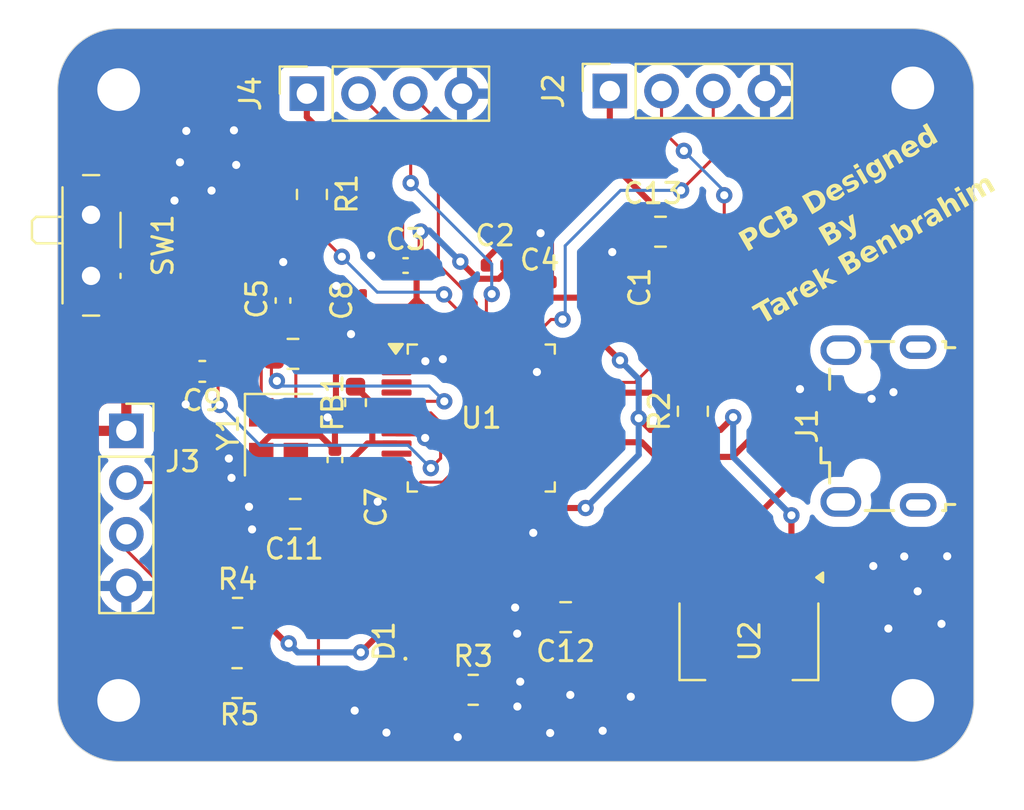
<source format=kicad_pcb>
(kicad_pcb (version 20240108) (generator "pcbnew") (generator_version "8.0")
  (layers (0 "F.Cu" signal) (1 "In1.Cu" signal) (2 "In2.Cu" signal) (31 "B.Cu" signal) (34 "B.Paste" user) (35 "F.Paste" user) (36 "B.SilkS" user "B.Silkscreen") (37 "F.SilkS" user "F.Silkscreen") (38 "B.Mask" user) (39 "F.Mask" user) (44 "Edge.Cuts" user))
  (net 0 "")
  (net 1 "+3.3V")
  (net 2 "GND")
  (net 3 "+3.3VA")
  (net 4 "/NRST")
  (net 5 "/HSE_IN")
  (net 6 "/HSE_OUT")
  (net 7 "VBUS")
  (net 8 "/red led")
  (net 10 "/USB_D-")
  (net 15 "/USB_D+")
  (net 16 "/SWCLK")
  (net 17 "/SWDIO")
  (net 18 "/I2C_SCL")
  (net 19 "/I2C_CLK")
  (net 20 "/USART_TX")
  (net 21 "/USART_RX")
  (net 22 "/BOOT0")
  (net 23 "/switch")
  (footprint "Capacitor_SMD:C_0402_1005Metric" (layer "F.Cu") (at 154.09 55.64 180)
    (property "Reference" "C3" (at 0.01 1.28 0) (layer "F.SilkS"))
    (property "Value" "100nf" (hide yes))
    (pad "1" smd roundrect (at -0.48 0 180) (size 0.56 0.62) (layers "F.Cu" "F.Paste" "F.Mask") (net 1 "+3.3V"))
    (pad "2" smd roundrect (at 0.48 0 180) (size 0.56 0.62) (layers "F.Cu" "F.Paste" "F.Mask") (net 2 "GND"))
  )
  (footprint "Connector_PinSocket_2.54mm:PinSocket_1x04_P2.54mm_Vertical" (layer "F.Cu") (at 140.375 63.76)
    (property "Reference" "J3" (at 2.765 1.51 0) (layer "F.SilkS"))
    (property "Value" "Conn_01x04_Pin" (hide yes))
    (pad "1" thru_hole rect (at 0 0) (size 1.7 1.7) (drill 1) (layers "*.Cu" "*.Mask") (net 1 "+3.3V"))
    (pad "2" thru_hole oval (at 0 2.54) (size 1.7 1.7) (drill 1) (layers "*.Cu" "*.Mask") (net 18 "/I2C_SCL"))
    (pad "3" thru_hole oval (at 0 5.08) (size 1.7 1.7) (drill 1) (layers "*.Cu" "*.Mask") (net 19 "/I2C_CLK"))
    (pad "4" thru_hole oval (at 0 7.62) (size 1.7 1.7) (drill 1) (layers "*.Cu" "*.Mask") (net 2 "GND"))
  )
  (footprint "Capacitor_SMD:C_0402_1005Metric" (layer "F.Cu") (at 160.75 56.45)
    (property "Reference" "C4" (at -0.07 -1.08 0) (layer "F.SilkS"))
    (property "Value" "100nf" (hide yes))
    (pad "1" smd roundrect (at -0.48 0) (size 0.56 0.62) (layers "F.Cu" "F.Paste" "F.Mask") (net 1 "+3.3V"))
    (pad "2" smd roundrect (at 0.48 0) (size 0.56 0.62) (layers "F.Cu" "F.Paste" "F.Mask") (net 2 "GND"))
  )
  (footprint "MountingHole:MountingHole_2.1mm" (layer "F.Cu") (at 179 46.92)
    (property "Reference" "H2" (hide yes))
    (property "Value" "MountingHole" (hide yes))
    (pad "" np_thru_hole circle (at 0 0) (size 2.1 2.1) (drill 2.1) (layers "*.Cu" "*.Mask"))
  )
  (footprint "Capacitor_SMD:C_0805_2012Metric" (layer "F.Cu") (at 161.95 72.91 180)
    (property "Reference" "C12" (at 0 -1.68 0) (layer "F.SilkS"))
    (property "Value" "22uf" (hide yes))
    (pad "1" smd roundrect (at -0.95 0 180) (size 1 1.45) (layers "F.Cu" "F.Paste" "F.Mask") (net 7 "VBUS"))
    (pad "2" smd roundrect (at 0.95 0 180) (size 1 1.45) (layers "F.Cu" "F.Paste" "F.Mask") (net 2 "GND"))
  )
  (footprint "Resistor_SMD:R_0805_2012Metric" (layer "F.Cu") (at 145.8375 72.7)
    (property "Reference" "R4" (at 0 -1.65 0) (layer "F.SilkS"))
    (property "Value" "1k5" (hide yes))
    (pad "1" smd roundrect (at -0.9125 0) (size 1.025 1.4) (layers "F.Cu" "F.Paste" "F.Mask") (roundrect_rratio 0.243902) (net 18 "/I2C_SCL"))
    (pad "2" smd roundrect (at 0.9125 0) (size 1.025 1.4) (layers "F.Cu" "F.Paste" "F.Mask") (roundrect_rratio 0.243902) (net 1 "+3.3V"))
  )
  (footprint "Capacitor_SMD:C_0402_1005Metric" (layer "F.Cu") (at 150.62 65.19 -90)
    (property "Reference" "C6" (hide yes))
    (property "Value" "10nf" (hide yes))
    (pad "1" smd roundrect (at -0.48 0 270) (size 0.56 0.62) (layers "F.Cu" "F.Paste" "F.Mask") (net 2 "GND"))
    (pad "2" smd roundrect (at 0.48 0 270) (size 0.56 0.62) (layers "F.Cu" "F.Paste" "F.Mask") (net 3 "+3.3VA"))
  )
  (footprint "Capacitor_SMD:C_0201_0603Metric" (layer "F.Cu") (at 151.99 57.35 -90)
    (property "Reference" "C8" (at 0 1.04 90) (layer "F.SilkS"))
    (property "Value" "1uf" (hide yes))
    (pad "1" smd roundrect (at -0.32 0 270) (size 0.46 0.4) (layers "F.Cu" "F.Mask") (net 2 "GND"))
    (pad "2" smd roundrect (at 0.32 0 270) (size 0.46 0.4) (layers "F.Cu" "F.Mask") (net 1 "+3.3V"))
  )
  (footprint "Inductor_SMD:L_0603_1608Metric" (layer "F.Cu") (at 151.63 62.38 -90)
    (property "Reference" "FB1" (at -0.0025 1.12 90) (layer "F.SilkS"))
    (property "Value" "120R" (hide yes))
    (pad "1" smd roundrect (at -0.7875 0 270) (size 0.875 0.95) (layers "F.Cu" "F.Paste" "F.Mask") (net 3 "+3.3VA"))
    (pad "2" smd roundrect (at 0.7875 0 270) (size 0.875 0.95) (layers "F.Cu" "F.Paste" "F.Mask") (net 1 "+3.3V"))
  )
  (footprint "Connector_USB:USB_Micro-B_Wuerth_629105150521" (layer "F.Cu") (at 177.315 63.525 90)
    (property "Reference" "J1" (at 0 -3.5 90) (layer "F.SilkS"))
    (property "Value" "USB_B_Micro" (hide yes))
    (pad "" np_thru_hole oval (at -2.5 -0.8 90) (size 0.8 0.8) (drill 0.8) (layers "*.Cu" "*.Mask"))
    (pad "" np_thru_hole oval (at 2.5 -0.8 90) (size 0.8 0.8) (drill 0.8) (layers "*.Cu" "*.Mask"))
    (pad "1" smd rect (at -1.3 -1.9 90) (size 0.45 1.3) (layers "F.Cu" "F.Paste" "F.Mask") (net 7 "VBUS"))
    (pad "2" smd rect (at -0.65 -1.9 90) (size 0.45 1.3) (layers "F.Cu" "F.Paste" "F.Mask") (net 10 "/USB_D-"))
    (pad "3" smd rect (at 0 -1.9 90) (size 0.45 1.3) (layers "F.Cu" "F.Paste" "F.Mask") (net 15 "/USB_D+"))
    (pad "4" smd rect (at 0.65 -1.9 90) (size 0.45 1.3) (layers "F.Cu" "F.Paste" "F.Mask"))
    (pad "5" smd rect (at 1.3 -1.9 90) (size 0.45 1.3) (layers "F.Cu" "F.Paste" "F.Mask") (net 2 "GND"))
    (pad "6" thru_hole oval (at -3.875 1.95 90) (size 1.15 1.8) (drill oval 0.55 1.2) (layers "*.Cu" "*.Mask"))
    (pad "6" thru_hole oval (at -3.725 -1.85 90) (size 1.45 2) (drill oval 0.85 1.4) (layers "*.Cu" "*.Mask"))
    (pad "6" thru_hole oval (at 3.725 -1.85 90) (size 1.45 2) (drill oval 0.85 1.4) (layers "*.Cu" "*.Mask"))
    (pad "6" thru_hole oval (at 3.875 1.95 90) (size 1.15 1.8) (drill oval 0.55 1.2) (layers "*.Cu" "*.Mask"))
  )
  (footprint "Capacitor_SMD:C_0805_2012Metric" (layer "F.Cu") (at 148.56 59.98 180)
    (property "Reference" "C10" (hide yes))
    (property "Value" "10pf" (hide yes))
    (pad "1" smd roundrect (at -0.95 0 180) (size 1 1.45) (layers "F.Cu" "F.Paste" "F.Mask") (net 2 "GND"))
    (pad "2" smd roundrect (at 0.95 0 180) (size 1 1.45) (layers "F.Cu" "F.Paste" "F.Mask") (net 5 "/HSE_IN"))
  )
  (footprint "Capacitor_SMD:C_0402_1005Metric" (layer "F.Cu") (at 148.07 57.36 -90)
    (property "Reference" "C5" (at -0.08 1.29 90) (layer "F.SilkS"))
    (property "Value" "10uf" (hide yes))
    (pad "1" smd roundrect (at -0.48 0 270) (size 0.56 0.62) (layers "F.Cu" "F.Paste" "F.Mask") (net 2 "GND"))
    (pad "2" smd roundrect (at 0.48 0 270) (size 0.56 0.62) (layers "F.Cu" "F.Paste" "F.Mask") (net 1 "+3.3V"))
  )
  (footprint "Connector_PinSocket_2.54mm:PinSocket_1x04_P2.54mm_Vertical" (layer "F.Cu") (at 149.24 47.2 90)
    (property "Reference" "J4" (at 0 -2.77 90) (layer "F.SilkS"))
    (property "Value" "Conn_01x04_Pin" (hide yes))
    (pad "1" thru_hole rect (at 0 0 90) (size 1.7 1.7) (drill 1) (layers "*.Cu" "*.Mask") (net 1 "+3.3V"))
    (pad "2" thru_hole oval (at 0 2.54 90) (size 1.7 1.7) (drill 1) (layers "*.Cu" "*.Mask") (net 20 "/USART_TX"))
    (pad "3" thru_hole oval (at 0 5.08 90) (size 1.7 1.7) (drill 1) (layers "*.Cu" "*.Mask") (net 21 "/USART_RX"))
    (pad "4" thru_hole oval (at 0 7.62 90) (size 1.7 1.7) (drill 1) (layers "*.Cu" "*.Mask") (net 2 "GND"))
  )
  (footprint "Package_TO_SOT_SMD:SOT-223-3_TabPin2" (layer "F.Cu") (at 170.9525 74.09 -90)
    (property "Reference" "U2" (at 0 -0.0375 90) (layer "F.SilkS"))
    (property "Value" "AMS1117-3.3" (hide yes))
    (pad "1" smd roundrect (at -3.15 -2.3 270) (size 2 1.5) (layers "F.Cu" "F.Paste" "F.Mask"))
    (pad "2" smd roundrect (at -3.15 0 270) (size 2 1.5) (layers "F.Cu" "F.Paste" "F.Mask") (net 1 "+3.3V"))
    (pad "2" smd roundrect (at 3.15 0 270) (size 2 3.8) (layers "F.Cu" "F.Paste" "F.Mask") (net 1 "+3.3V"))
    (pad "3" smd roundrect (at -3.15 2.3 270) (size 2 1.5) (layers "F.Cu" "F.Paste" "F.Mask") (net 7 "VBUS"))
  )
  (footprint "Resistor_SMD:R_0805_2012Metric" (layer "F.Cu") (at 157.41 76.48)
    (property "Reference" "R3" (at 0 -1.65 0) (layer "F.SilkS"))
    (property "Value" "1k5" (hide yes))
    (pad "1" smd roundrect (at -0.9125 0) (size 1.025 1.4) (layers "F.Cu" "F.Paste" "F.Mask") (roundrect_rratio 0.243902) (net 8 "/red led"))
    (pad "2" smd roundrect (at 0.9125 0) (size 1.025 1.4) (layers "F.Cu" "F.Paste" "F.Mask") (roundrect_rratio 0.243902) (net 2 "GND"))
  )
  (footprint "Resistor_SMD:R_0805_2012Metric" (layer "F.Cu") (at 149.49 52.15 -90)
    (property "Reference" "R1" (at -0.0275 -1.72 90) (layer "F.SilkS"))
    (property "Value" "10K" (hide yes))
    (pad "1" smd roundrect (at -0.9125 0 270) (size 1.025 1.4) (layers "F.Cu" "F.Paste" "F.Mask") (roundrect_rratio 0.243902) (net 23 "/switch"))
    (pad "2" smd roundrect (at 0.9125 0 270) (size 1.025 1.4) (layers "F.Cu" "F.Paste" "F.Mask") (roundrect_rratio 0.243902) (net 22 "/BOOT0"))
  )
  (footprint "Capacitor_SMD:C_0201_0603Metric" (layer "F.Cu") (at 151.49 67.51 90)
    (property "Reference" "C7" (at -0.01 1.15 90) (layer "F.SilkS"))
    (property "Value" "1uf" (hide yes))
    (pad "1" smd roundrect (at -0.32 0 90) (size 0.46 0.4) (layers "F.Cu" "F.Mask") (net 2 "GND"))
    (pad "2" smd roundrect (at 0.32 0 90) (size 0.46 0.4) (layers "F.Cu" "F.Mask") (net 3 "+3.3VA"))
  )
  (footprint "Crystal:Crystal_SMD_3225-4Pin_3.2x2.5mm" (layer "F.Cu") (at 147.85 63.95 -90)
    (property "Reference" "Y1" (at -0.11 2.47 90) (layer "F.SilkS"))
    (property "Value" "16Mhz" (hide yes))
    (pad "1" smd rect (at -1.1 0.85 270) (size 1.4 1.2) (layers "F.Cu" "F.Paste" "F.Mask") (net 5 "/HSE_IN"))
    (pad "2" smd rect (at 1.1 0.85 270) (size 1.4 1.2) (layers "F.Cu" "F.Paste" "F.Mask") (net 2 "GND"))
    (pad "3" smd rect (at 1.1 -0.85 270) (size 1.4 1.2) (layers "F.Cu" "F.Paste" "F.Mask") (net 6 "/HSE_OUT"))
    (pad "4" smd rect (at -1.1 -0.85 270) (size 1.4 1.2) (layers "F.Cu" "F.Paste" "F.Mask") (net 2 "GND"))
  )
  (footprint "Capacitor_SMD:C_0805_2012Metric" (layer "F.Cu") (at 166.61 53.98 180)
    (property "Reference" "C13" (at 0.38 1.88 0) (layer "F.SilkS"))
    (property "Value" "22uf" (hide yes))
    (pad "1" smd roundrect (at -0.95 0 180) (size 1 1.45) (layers "F.Cu" "F.Paste" "F.Mask") (net 1 "+3.3V"))
    (pad "2" smd roundrect (at 0.95 0 180) (size 1 1.45) (layers "F.Cu" "F.Paste" "F.Mask") (net 2 "GND"))
  )
  (footprint "Capacitor_SMD:C_0402_1005Metric" (layer "F.Cu") (at 164.18 56.74 90)
    (property "Reference" "C1" (at 0.02 1.41 90) (layer "F.SilkS"))
    (property "Value" "100nf" (hide yes))
    (pad "1" smd roundrect (at -0.48 0 90) (size 0.56 0.62) (layers "F.Cu" "F.Paste" "F.Mask") (net 1 "+3.3V"))
    (pad "2" smd roundrect (at 0.48 0 90) (size 0.56 0.62) (layers "F.Cu" "F.Paste" "F.Mask") (net 2 "GND"))
  )
  (footprint "Capacitor_SMD:C_0805_2012Metric" (layer "F.Cu") (at 148.67 67.84)
    (property "Reference" "C11" (at -0.05 1.72 0) (layer "F.SilkS"))
    (property "Value" "10pf" (hide yes))
    (pad "1" smd roundrect (at -0.95 0) (size 1 1.45) (layers "F.Cu" "F.Paste" "F.Mask") (net 2 "GND"))
    (pad "2" smd roundrect (at 0.95 0) (size 1 1.45) (layers "F.Cu" "F.Paste" "F.Mask") (net 6 "/HSE_OUT"))
  )
  (footprint "MountingHole:MountingHole_2.1mm" (layer "F.Cu") (at 179 77)
    (property "Reference" "H4" (hide yes))
    (property "Value" "MountingHole" (hide yes))
    (pad "" np_thru_hole circle (at 0 0) (size 2.1 2.1) (drill 2.1) (layers "*.Cu" "*.Mask"))
  )
  (footprint "Connector_PinSocket_2.54mm:PinSocket_1x04_P2.54mm_Vertical" (layer "F.Cu") (at 164.12 47.07 90)
    (property "Reference" "J2" (at 0 -2.77 90) (layer "F.SilkS"))
    (property "Value" "Conn_01x04_Pin" (hide yes))
    (pad "1" thru_hole rect (at 0 0 90) (size 1.7 1.7) (drill 1) (layers "*.Cu" "*.Mask") (net 1 "+3.3V"))
    (pad "2" thru_hole oval (at 0 2.54 90) (size 1.7 1.7) (drill 1) (layers "*.Cu" "*.Mask") (net 17 "/SWDIO"))
    (pad "3" thru_hole oval (at 0 5.08 90) (size 1.7 1.7) (drill 1) (layers "*.Cu" "*.Mask") (net 16 "/SWCLK"))
    (pad "4" thru_hole oval (at 0 7.62 90) (size 1.7 1.7) (drill 1) (layers "*.Cu" "*.Mask") (net 2 "GND"))
  )
  (footprint "Capacitor_SMD:C_0603_1608Metric" (layer "F.Cu") (at 144.105 60.84 180)
    (property "Reference" "C9" (at 0 -1.43 0) (layer "F.SilkS"))
    (property "Value" "100nf" (hide yes))
    (pad "1" smd roundrect (at -0.775 0 180) (size 0.9 0.95) (layers "F.Cu" "F.Paste" "F.Mask") (net 4 "/NRST"))
    (pad "2" smd roundrect (at 0.775 0 180) (size 0.9 0.95) (layers "F.Cu" "F.Paste" "F.Mask") (net 2 "GND"))
  )
  (footprint "Button_Switch_SMD:SW_SPDT_PCM12" (layer "F.Cu") (at 138.97 54.65 -90)
    (property "Reference" "SW1" (at 0 -3.2 90) (layer "F.SilkS"))
    (property "Value" "SW_SPDT")
    (pad "" smd rect (at -3.65 -0.78 270) (size 1 0.8) (layers "F.Cu" "F.Paste" "F.Mask"))
    (pad "" smd rect (at -3.65 1.43 270) (size 1 0.8) (layers "F.Cu" "F.Paste" "F.Mask"))
    (pad "" np_thru_hole circle (at -1.5 0.33 270) (size 0.9 0.9) (drill 0.9) (layers "*.Cu" "*.Mask"))
    (pad "" np_thru_hole circle (at 1.5 0.33 270) (size 0.9 0.9) (drill 0.9) (layers "*.Cu" "*.Mask"))
    (pad "" smd rect (at 3.65 -0.78 270) (size 1 0.8) (layers "F.Cu" "F.Paste" "F.Mask"))
    (pad "" smd rect (at 3.65 1.43 270) (size 1 0.8) (layers "F.Cu" "F.Paste" "F.Mask"))
    (pad "1" smd rect (at -2.25 -1.43 270) (size 0.7 1.5) (layers "F.Cu" "F.Paste" "F.Mask") (net 2 "GND"))
    (pad "2" smd rect (at 0.75 -1.43 270) (size 0.7 1.5) (layers "F.Cu" "F.Paste" "F.Mask") (net 23 "/switch"))
    (pad "3" smd rect (at 2.25 -1.43 270) (size 0.7 1.5) (layers "F.Cu" "F.Paste" "F.Mask") (net 1 "+3.3V"))
  )
  (footprint "Package_QFP:LQFP-48_7x7mm_P0.5mm" (layer "F.Cu") (at 157.8075 63.13)
    (property "Reference" "U1" (at 0 0 0) (layer "F.SilkS"))
    (property "Value" "STM32F103C8Tx")
    (pad "1" smd roundrect (at -4.1625 -2.75) (size 1.475 0.3) (layers "F.Cu" "F.Paste" "F.Mask") (net 1 "+3.3V"))
    (pad "2" smd roundrect (at -4.1625 -2.25) (size 1.475 0.3) (layers "F.Cu" "F.Paste" "F.Mask"))
    (pad "3" smd roundrect (at -4.1625 -1.75) (size 1.475 0.3) (layers "F.Cu" "F.Paste" "F.Mask"))
    (pad "4" smd roundrect (at -4.1625 -1.25) (size 1.475 0.3) (layers "F.Cu" "F.Paste" "F.Mask"))
    (pad "5" smd roundrect (at -4.1625 -0.75) (size 1.475 0.3) (layers "F.Cu" "F.Paste" "F.Mask") (net 5 "/HSE_IN"))
    (pad "6" smd roundrect (at -4.1625 -0.25) (size 1.475 0.3) (layers "F.Cu" "F.Paste" "F.Mask") (net 6 "/HSE_OUT"))
    (pad "7" smd roundrect (at -4.1625 0.25) (size 1.475 0.3) (layers "F.Cu" "F.Paste" "F.Mask") (net 4 "/NRST"))
    (pad "8" smd roundrect (at -4.1625 0.75) (size 1.475 0.3) (layers "F.Cu" "F.Paste" "F.Mask") (net 2 "GND"))
    (pad "9" smd roundrect (at -4.1625 1.25) (size 1.475 0.3) (layers "F.Cu" "F.Paste" "F.Mask") (net 3 "+3.3VA"))
    (pad "10" smd roundrect (at -4.1625 1.75) (size 1.475 0.3) (layers "F.Cu" "F.Paste" "F.Mask"))
    (pad "11" smd roundrect (at -4.1625 2.25) (size 1.475 0.3) (layers "F.Cu" "F.Paste" "F.Mask"))
    (pad "12" smd roundrect (at -4.1625 2.75) (size 1.475 0.3) (layers "F.Cu" "F.Paste" "F.Mask"))
    (pad "13" smd roundrect (at -2.75 4.1625) (size 0.3 1.475) (layers "F.Cu" "F.Paste" "F.Mask"))
    (pad "14" smd roundrect (at -2.25 4.1625) (size 0.3 1.475) (layers "F.Cu" "F.Paste" "F.Mask"))
    (pad "15" smd roundrect (at -1.75 4.1625) (size 0.3 1.475) (layers "F.Cu" "F.Paste" "F.Mask"))
    (pad "16" smd roundrect (at -1.25 4.1625) (size 0.3 1.475) (layers "F.Cu" "F.Paste" "F.Mask"))
    (pad "17" smd roundrect (at -0.75 4.1625) (size 0.3 1.475) (layers "F.Cu" "F.Paste" "F.Mask"))
    (pad "18" smd roundrect (at -0.25 4.1625) (size 0.3 1.475) (layers "F.Cu" "F.Paste" "F.Mask"))
    (pad "19" smd roundrect (at 0.25 4.1625) (size 0.3 1.475) (layers "F.Cu" "F.Paste" "F.Mask"))
    (pad "20" smd roundrect (at 0.75 4.1625) (size 0.3 1.475) (layers "F.Cu" "F.Paste" "F.Mask"))
    (pad "21" smd roundrect (at 1.25 4.1625) (size 0.3 1.475) (layers "F.Cu" "F.Paste" "F.Mask") (net 18 "/I2C_SCL"))
    (pad "22" smd roundrect (at 1.75 4.1625) (size 0.3 1.475) (layers "F.Cu" "F.Paste" "F.Mask") (net 19 "/I2C_CLK"))
    (pad "23" smd roundrect (at 2.25 4.1625) (size 0.3 1.475) (layers "F.Cu" "F.Paste" "F.Mask") (net 2 "GND"))
    (pad "24" smd roundrect (at 2.75 4.1625) (size 0.3 1.475) (layers "F.Cu" "F.Paste" "F.Mask") (net 1 "+3.3V"))
    (pad "25" smd roundrect (at 4.1625 2.75) (size 1.475 0.3) (layers "F.Cu" "F.Paste" "F.Mask"))
    (pad "26" smd roundrect (at 4.1625 2.25) (size 1.475 0.3) (layers "F.Cu" "F.Paste" "F.Mask"))
    (pad "27" smd roundrect (at 4.1625 1.75) (size 1.475 0.3) (layers "F.Cu" "F.Paste" "F.Mask"))
    (pad "28" smd roundrect (at 4.1625 1.25) (size 1.475 0.3) (layers "F.Cu" "F.Paste" "F.Mask"))
    (pad "29" smd roundrect (at 4.1625 0.75) (size 1.475 0.3) (layers "F.Cu" "F.Paste" "F.Mask"))
    (pad "30" smd roundrect (at 4.1625 0.25) (size 1.475 0.3) (layers "F.Cu" "F.Paste" "F.Mask"))
    (pad "31" smd roundrect (at 4.1625 -0.25) (size 1.475 0.3) (layers "F.Cu" "F.Paste" "F.Mask"))
    (pad "32" smd roundrect (at 4.1625 -0.75) (size 1.475 0.3) (layers "F.Cu" "F.Paste" "F.Mask") (net 10 "/USB_D-"))
    (pad "33" smd roundrect (at 4.1625 -1.25) (size 1.475 0.3) (layers "F.Cu" "F.Paste" "F.Mask") (net 15 "/USB_D+"))
    (pad "34" smd roundrect (at 4.1625 -1.75) (size 1.475 0.3) (layers "F.Cu" "F.Paste" "F.Mask") (net 17 "/SWDIO"))
    (pad "35" smd roundrect (at 4.1625 -2.25) (size 1.475 0.3) (layers "F.Cu" "F.Paste" "F.Mask") (net 2 "GND"))
    (pad "36" smd roundrect (at 4.1625 -2.75) (size 1.475 0.3) (layers "F.Cu" "F.Paste" "F.Mask") (net 1 "+3.3V"))
    (pad "37" smd roundrect (at 2.75 -4.1625) (size 0.3 1.475) (layers "F.Cu" "F.Paste" "F.Mask") (net 16 "/SWCLK"))
    (pad "38" smd roundrect (at 2.25 -4.1625) (size 0.3 1.475) (layers "F.Cu" "F.Paste" "F.Mask"))
    (pad "39" smd roundrect (at 1.75 -4.1625) (size 0.3 1.475) (layers "F.Cu" "F.Paste" "F.Mask"))
    (pad "40" smd roundrect (at 1.25 -4.1625) (size 0.3 1.475) (layers "F.Cu" "F.Paste" "F.Mask"))
    (pad "41" smd roundrect (at 0.75 -4.1625) (size 0.3 1.475) (layers "F.Cu" "F.Paste" "F.Mask"))
    (pad "42" smd roundrect (at 0.25 -4.1625) (size 0.3 1.475) (layers "F.Cu" "F.Paste" "F.Mask") (net 20 "/USART_TX"))
    (pad "43" smd roundrect (at -0.25 -4.1625) (size 0.3 1.475) (layers "F.Cu" "F.Paste" "F.Mask") (net 21 "/USART_RX"))
    (pad "44" smd roundrect (at -0.75 -4.1625) (size 0.3 1.475) (layers "F.Cu" "F.Paste" "F.Mask") (net 22 "/BOOT0"))
    (pad "45" smd roundrect (at -1.25 -4.1625) (size 0.3 1.475) (layers "F.Cu" "F.Paste" "F.Mask"))
    (pad "46" smd roundrect (at -1.75 -4.1625) (size 0.3 1.475) (layers "F.Cu" "F.Paste" "F.Mask"))
    (pad "47" smd roundrect (at -2.25 -4.1625) (size 0.3 1.475) (layers "F.Cu" "F.Paste" "F.Mask") (net 2 "GND"))
    (pad "48" smd roundrect (at -2.75 -4.1625) (size 0.3 1.475) (layers "F.Cu" "F.Paste" "F.Mask") (net 1 "+3.3V"))
  )
  (footprint "Capacitor_SMD:C_0402_1005Metric" (layer "F.Cu") (at 158.54 55.63 180)
    (property "Reference" "C2" (at 0.06 1.46 0) (layer "F.SilkS"))
    (property "Value" "100nf" (hide yes))
    (pad "1" smd roundrect (at -0.48 0 180) (size 0.56 0.62) (layers "F.Cu" "F.Paste" "F.Mask") (net 1 "+3.3V"))
    (pad "2" smd roundrect (at 0.48 0 180) (size 0.56 0.62) (layers "F.Cu" "F.Paste" "F.Mask") (net 2 "GND"))
  )
  (footprint "Resistor_SMD:R_0805_2012Metric" (layer "F.Cu") (at 145.8125 76.15)
    (property "Reference" "R5" (at 0.1225 1.55 0) (layer "F.SilkS"))
    (property "Value" "1k5" (hide yes))
    (pad "1" smd roundrect (at -0.9125 0) (size 1.025 1.4) (layers "F.Cu" "F.Paste" "F.Mask") (roundrect_rratio 0.243902) (net 19 "/I2C_CLK"))
    (pad "2" smd roundrect (at 0.9125 0) (size 1.025 1.4) (layers "F.Cu" "F.Paste" "F.Mask") (roundrect_rratio 0.243902) (net 1 "+3.3V"))
  )
  (footprint "LED_SMD:LED_0201_0603Metric" (layer "F.Cu") (at 154.08 74.09 90)
    (property "Reference" "D1" (at 0 -1.05 90) (layer "F.SilkS"))
    (property "Value" "RED LED" (hide yes))
    (pad "1" smd roundrect (at -0.32 0 90) (size 0.46 0.4) (layers "F.Cu" "F.Mask") (net 8 "/red led"))
    (pad "2" smd roundrect (at 0.32 0 90) (size 0.46 0.4) (layers "F.Cu" "F.Mask") (net 1 "+3.3V"))
  )
  (footprint "Resistor_SMD:R_0805_2012Metric" (layer "F.Cu") (at 168.2 62.8 90)
    (property "Reference" "R2" (at 0 -1.65 90) (layer "F.SilkS"))
    (property "Value" "1k5" (hide yes))
    (pad "1" smd roundrect (at -0.9125 0 90) (size 1.025 1.4) (layers "F.Cu" "F.Paste" "F.Mask") (roundrect_rratio 0.243902) (net 1 "+3.3V"))
    (pad "2" smd roundrect (at 0.9125 0 90) (size 1.025 1.4) (layers "F.Cu" "F.Paste" "F.Mask") (roundrect_rratio 0.243902) (net 15 "/USB_D+"))
  )
  (footprint "MountingHole:MountingHole_2.1mm" (layer "F.Cu") (at 140 77)
    (property "Reference" "H3" (hide yes))
    (property "Value" "MountingHole" (hide yes))
    (pad "" np_thru_hole circle (at 0 0) (size 2.1 2.1) (drill 2.1) (layers "*.Cu" "*.Mask"))
  )
  (footprint "MountingHole:MountingHole_2.1mm" (layer "F.Cu") (at 140 47)
    (property "Reference" "H1" (hide yes))
    (property "Value" "MountingHole" (hide yes))
    (pad "" np_thru_hole circle (at 0 0) (size 2.1 2.1) (drill 2.1) (layers "*.Cu" "*.Mask"))
  )
  (gr_arc (start 179 44) (mid 181.12132 44.87868) (end 182 47) (stroke (width 0.05)) (layer "Edge.Cuts"))
  (gr_line (start 137 77) (end 137 47) (stroke (width 0.05)) (layer "Edge.Cuts"))
  (gr_arc (start 137 47) (mid 137.87868 44.87868) (end 140 44) (stroke (width 0.05)) (layer "Edge.Cuts"))
  (gr_arc (start 140 80) (mid 137.87868 79.12132) (end 137 77) (stroke (width 0.05)) (layer "Edge.Cuts"))
  (gr_line (start 179 80) (end 140 80) (stroke (width 0.05)) (layer "Edge.Cuts"))
  (gr_arc (start 182 77) (mid 181.12132 79.12132) (end 179 80) (stroke (width 0.05)) (layer "Edge.Cuts"))
  (gr_line (start 182 53) (end 182 77) (stroke (width 0.05)) (layer "Edge.Cuts"))
  (gr_line (start 182 47) (end 182 53) (stroke (width 0.05)) (layer "Edge.Cuts"))
  (gr_line (start 140 44) (end 179 44) (stroke (width 0.05)) (layer "Edge.Cuts"))
  (gr_text "Tarek Benbrahim " (at 171.66 58.71 30) (layer "F.SilkS") (effects (font (size 1 1) (thickness 0.2) (bold yes) (italic yes)) (justify left bottom)))
  (gr_text "PCB Designed " (at 170.91 55.14 30) (layer "F.SilkS") (effects (font (size 1 1) (thickness 0.2) (bold yes) (italic yes)) (justify left bottom)))
  (gr_text "By" (at 174.84 54.89 30) (layer "F.SilkS") (effects (font (size 1 1) (thickness 0.2) (bold yes) (italic yes)) (justify left bottom)))
  (segment (start 164.86 57.9) (end 164.18 57.22) (width 0.3) (layer "F.Cu") (net 1))
  (segment (start 163.42 59.1) (end 164.18 58.34) (width 0.3) (layer "F.Cu") (net 1))
  (segment (start 153.55 60.285) (end 153.645 60.38) (width 0.3) (layer "F.Cu") (net 1))
  (segment (start 151.25 60.38) (end 153.645 60.38) (width 0.3) (layer "F.Cu") (net 1))
  (segment (start 175.62 77.24) (end 170.9525 77.24) (width 0.3) (layer "F.Cu") (net 1))
  (segment (start 154.259999 57.67) (end 154.629999 57.299999) (width 0.3) (layer "F.Cu") (net 1))
  (segment (start 154.57 55.552196) (end 154.57 55.64) (width 0.3) (layer "F.Cu") (net 1))
  (segment (start 157.62 56.29) (end 156.78 55.45) (width 0.3) (layer "F.Cu") (net 1))
  (segment (start 155.0575 58.9675) (end 153.8625 58.9675) (width 0.3) (layer "F.Cu") (net 1))
  (segment (start 175.97 70.51) (end 175.96 70.52) (width 0.3) (layer "F.Cu") (net 1))
  (segment (start 146.75 72.7) (end 146.75 76.125) (width 0.3) (layer "F.Cu") (net 1))
  (segment (start 164.18 58.34) (end 164.18 57.22) (width 0.3) (layer "F.Cu") (net 1))
  (segment (start 173.04 67.91) (end 173.04 68.9) (width 0.3) (layer "F.Cu") (net 1))
  (segment (start 164.18 57.22) (end 160.730001 57.22) (width 0.3) (layer "F.Cu") (net 1))
  (segment (start 166.1125 63.7125) (end 165.54 63.14) (width 0.3) (layer "F.Cu") (net 1))
  (segment (start 170.9525 70.94) (end 170.9525 70.0975) (width 0.3) (layer "F.Cu") (net 1))
  (segment (start 175.96 76.9) (end 175.62 77.24) (width 0.3) (layer "F.Cu") (net 1))
  (segment (start 158.669999 56.29) (end 157.62 56.29) (width 0.3) (layer "F.Cu") (net 1))
  (segment (start 175.96 70.52) (end 175.96 76.9) (width 0.3) (layer "F.Cu") (net 1))
  (segment (start 164.11 50.53) (end 164.11 50.04) (width 0.3) (layer "F.Cu") (net 1))
  (segment (start 151.99 57.67) (end 154.259999 57.67) (width 0.3) (layer "F.Cu") (net 1))
  (segment (start 155.0575 57.7275) (end 154.715 57.385) (width 0.3) (layer "F.Cu") (net 1))
  (segment (start 154.629999 57.299999) (end 154.629999 55.699999) (width 0.3) (layer "F.Cu") (net 1))
  (segment (start 166.29 57.9) (end 164.86 57.9) (width 0.3) (layer "F.Cu") (net 1))
  (segment (start 160.27 56.759999) (end 160.27 56.45) (width 0.3) (layer "F.Cu") (net 1))
  (segment (start 148.35 74.2) (end 148.25 74.2) (width 0.3) (layer "F.Cu") (net 1))
  (segment (start 154.08 73.77) (end 152.76 73.77) (width 0.3) (layer "F.Cu") (net 1))
  (segment (start 154.83 53.97) (end 154.83 55.38) (width 0.3) (layer "F.Cu") (net 1))
  (segment (start 172.89 69.05) (end 175.37 69.05) (width 0.3) (layer "F.Cu") (net 1))
  (segment (start 167.56 53.98) (end 164.11 50.53) (width 0.3) (layer "F.Cu") (net 1))
  (segment (start 164.62 60.3) (end 163.42 59.1) (width 0.3) (layer "F.Cu") (net 1))
  (segment (start 172 69.05) (end 172.89 69.05) (width 0.3) (layer "F.Cu") (net 1))
  (segment (start 173.04 68.9) (end 172.89 69.05) (width 0.3) (layer "F.Cu") (net 1))
  (segment (start 148.25 74.2) (end 146.75 72.7) (width 0.3) (layer "F.Cu") (net 1))
  (segment (start 161.46 68.87) (end 156.56 73.77) (width 0.3) (layer "F.Cu") (net 1))
  (segment (start 149.24 47.2) (end 149.24 48.35) (width 0.3) (layer "F.Cu") (net 1))
  (segment (start 152.76 73.77) (end 151.89 74.64) (width 0.3) (layer "F.Cu") (net 1))
  (segment (start 141.74 57.84) (end 148.07 57.84) (width 0.3) (layer "F.Cu") (net 1))
  (segment (start 159.02 55.63) (end 159.02 55.939999) (width 0.3) (layer "F.Cu") (net 1))
  (segment (start 156.56 73.77) (end 154.08 73.77) (width 0.3) (layer "F.Cu") (net 1))
  (segment (start 155.0575 58.9675) (end 155.0575 57.7275) (width 0.3) (layer "F.Cu") (net 1))
  (segment (start 175.37 69.05) (end 175.97 69.65) (width 0.3) (layer "F.Cu") (net 1))
  (segment (start 175.97 69.65) (end 175.97 70.51) (width 0.3) (layer "F.Cu") (net 1))
  (segment (start 168.2 63.7125) (end 169.5575 63.7125) (width 0.3) (layer "F.Cu") (net 1))
  (segment (start 146.75 76.125) (end 146.725 76.15) (width 0.3) (layer "F.Cu") (net 1))
  (segment (start 154.715 57.385) (end 154.629999 57.299999) (width 0.3) (layer "F.Cu") (net 1))
  (segment (start 160.815 67.55) (end 160.5575 67.2925) (width 0.3) (layer "F.Cu") (net 1))
  (segment (start 160.5575 67.2925) (end 161.46 68.195) (width 0.3) (layer "F.Cu") (net 1))
  (segment (start 149.24 48.35) (end 153.87 52.98) (width 0.3) (layer "F.Cu") (net 1))
  (segment (start 161.97 60.38) (end 162.14 60.38) (width 0.3) (layer "F.Cu") (net 1))
  (segment (start 154.83 55.38) (end 154.57 55.64) (width 0.3) (layer "F.Cu") (net 1))
  (segment (start 162.93 67.55) (end 160.815 67.55) (width 0.3) (layer "F.Cu") (net 1))
  (segment (start 159.02 55.63) (end 159.45 55.63) (width 0.3) (layer "F.Cu") (net 1))
  (segment (start 153.87 52.98) (end 153.87 54.852196) (width 0.3) (layer "F.Cu") (net 1))
  (segment (start 164.12 50.03) (end 164.12 47.07) (width 0.3) (layer "F.Cu") (net 1))
  (segment (start 153.87 54.852196) (end 154.57 55.552196) (width 0.3) (layer "F.Cu") (net 1))
  (segment (start 140.8 56.9) (end 141.74 57.84) (width 0.3) (layer "F.Cu") (net 1))
  (segment (start 160.730001 57.22) (end 160.27 56.759999) (width 0.3) (layer "F.Cu") (net 1))
  (segment (start 151.63 63.1675) (end 150.67 62.2075) (width 0.3) (layer "F.Cu") (net 1))
  (segment (start 153.8625 58.9675) (end 153.55 59.28) (width 0.3) (layer "F.Cu") (net 1))
  (segment (start 159.02 55.939999) (end 158.669999 56.29) (width 0.3) (layer "F.Cu") (net 1))
  (segment (start 150.67 62.2075) (end 150.67 60.96) (width 0.3) (layer "F.Cu") (net 1))
  (segment (start 151.82 57.84) (end 151.99 57.67) (width 0.3) (layer "F.Cu") (net 1))
  (segment (start 150.67 60.96) (end 151.25 60.38) (width 0.3) (layer "F.Cu") (net 1))
  (segment (start 167.56 53.98) (end 167.56 56.63) (width 0.3) (layer "F.Cu") (net 1))
  (segment (start 154.629999 55.699999) (end 154.57 55.64) (width 0.3) (layer "F.Cu") (net 1))
  (segment (start 167.56 56.63) (end 166.29 57.9) (width 0.3) (layer "F.Cu") (net 1))
  (segment (start 168.2 63.7125) (end 166.1125 63.7125) (width 0.3) (layer "F.Cu") (net 1))
  (segment (start 170.9525 70.0975) (end 172 69.05) (width 0.3) (layer "F.Cu") (net 1))
  (segment (start 159.45 55.63) (end 160.27 56.45) (width 0.3) (layer "F.Cu") (net 1))
  (segment (start 153.55 59.28) (end 153.55 60.285) (width 0.3) (layer "F.Cu") (net 1))
  (segment (start 140.4 56.9) (end 140.8 56.9) (width 0.3) (layer "F.Cu") (net 1))
  (segment (start 162.14 60.38) (end 163.42 59.1) (width 0.3) (layer "F.Cu") (net 1))
  (segment (start 161.46 68.195) (end 161.46 68.87) (width 0.3) (layer "F.Cu") (net 1))
  (segment (start 148.07 57.84) (end 151.82 57.84) (width 0.3) (layer "F.Cu") (net 1))
  (segment (start 164.11 50.04) (end 164.12 50.03) (width 0.3) (layer "F.Cu") (net 1))
  (segment (start 169.5575 63.7125) (end 170.18 63.09) (width 0.3) (layer "F.Cu") (net 1))
  (via (at 170.18 63.09) (size 0.8) (drill 0.4) (layers "F.Cu" "B.Cu") (net 1))
  (via (at 173.04 67.91) (size 0.8) (drill 0.4) (layers "F.Cu" "B.Cu") (net 1))
  (via (at 156.78 55.45) (size 0.8) (drill 0.4) (layers "F.Cu" "B.Cu") (net 1))
  (via (at 151.89 74.64) (size 0.8) (drill 0.4) (layers "F.Cu" "B.Cu") (net 1))
  (via (at 162.93 67.55) (size 0.8) (drill 0.4) (layers "F.Cu" "B.Cu") (net 1))
  (via (at 148.35 74.2) (size 0.8) (drill 0.4) (layers "F.Cu" "B.Cu") (net 1))
  (via (at 154.83 53.97) (size 0.8) (drill 0.4) (layers "F.Cu" "B.Cu") (net 1))
  (via (at 164.62 60.3) (size 0.8) (drill 0.4) (layers "F.Cu" "B.Cu") (net 1))
  (via (at 165.54 63.14) (size 0.8) (drill 0.4) (layers "F.Cu" "B.Cu") (net 1))
  (segment (start 165.54 63.14) (end 165.54 61.22) (width 0.3) (layer "B.Cu") (net 1))
  (segment (start 154.83 53.97) (end 154.88 53.92) (width 0.3) (layer "B.Cu") (net 1))
  (segment (start 170.18 63.09) (end 170.18 65.05) (width 0.3) (layer "B.Cu") (net 1))
  (segment (start 154.88 53.92) (end 155.25 53.92) (width 0.3) (layer "B.Cu") (net 1))
  (segment (start 155.25 53.92) (end 156.78 55.45) (width 0.3) (layer "B.Cu") (net 1))
  (segment (start 170.18 65.05) (end 173.04 67.91) (width 0.3) (layer "B.Cu") (net 1))
  (segment (start 165.54 64.94) (end 162.93 67.55) (width 0.3) (layer "B.Cu") (net 1))
  (segment (start 165.54 63.14) (end 165.54 64.94) (width 0.3) (layer "B.Cu") (net 1))
  (segment (start 151.89 74.64) (end 148.79 74.64) (width 0.3) (layer "B.Cu") (net 1))
  (segment (start 165.54 61.22) (end 164.62 60.3) (width 0.3) (layer "B.Cu") (net 1))
  (segment (start 148.79 74.64) (end 148.35 74.2) (width 0.3) (layer "B.Cu") (net 1))
  (segment (start 160.0575 67.2925) (end 160.0575 68.4675) (width 0.3) (layer "F.Cu") (net 2))
  (segment (start 160.0575 68.4675) (end 160.36 68.77) (width 0.3) (layer "F.Cu") (net 2))
  (segment (start 152.4 55.15) (end 153.12 55.15) (width 0.15) (layer "F.Cu") (net 2))
  (segment (start 150.62 63.46) (end 150.26 63.1) (width 0.3) (layer "F.Cu") (net 2))
  (segment (start 143.33 60.84) (end 143.33 62.42) (width 0.3) (layer "F.Cu") (net 2))
  (segment (start 149.51 59.98) (end 150.48 59.01) (width 0.15) (layer "F.Cu") (net 2))
  (segment (start 159.330001 54.05) (end 160.72 54.05) (width 0.3) (layer "F.Cu") (net 2))
  (segment (start 148.7 62.85) (end 148.7 60.79) (width 0.15) (layer "F.Cu") (net 2))
  (segment (start 149.91 64) (end 147.44 64) (width 0.3) (layer "F.Cu") (net 2))
  (segment (start 155.5575 59.8775) (end 155.5575 58.9675) (width 0.3) (layer "F.Cu") (net 2))
  (segment (start 151.99 57.03) (end 151.08 57.03) (width 0.15) (layer "F.Cu") (net 2))
  (segment (start 152.13 67.83) (end 152.72 67.24) (width 0.3) (layer "F.Cu") (net 2))
  (segment (start 147.44 64) (end 147 64.44) (width 0.3) (layer "F.Cu") (net 2))
  (segment (start 142.69 52.4) (end 142.74 52.45) (width 0.15) (layer "F.Cu") (net 2))
  (segment (start 159.32 76.48) (end 159.72 76.08) (width 0.3) (layer "F.Cu") (net 2))
  (segment (start 160.53 72.44) (end 161 72.91) (width 0.3) (layer "F.Cu") (net 2))
  (segment (start 153.645 63.88) (end 154.82 63.88) (width 0.3) (layer "F.Cu") (net 2))
  (segment (start 150.62 64.71) (end 149.91 64) (width 0.3) (layer "F.Cu") (net 2))
  (segment (start 143.33 62.42) (end 143.29 62.46) (width 0.3) (layer "F.Cu") (net 2))
  (segment (start 151.08 57.03) (end 150.69 56.64) (width 0.15) (layer "F.Cu") (net 2))
  (segment (start 147.37 67.49) (end 147.72 67.84) (width 0.3) (layer "F.Cu") (net 2))
  (segment (start 148.7 60.79) (end 149.51 59.98) (width 0.15) (layer "F.Cu") (net 2))
  (segment (start 160.54 60.87) (end 160.55 60.88) (width 0.3) (layer "F.Cu") (net 2))
  (segment (start 145.48 65.05) (end 145.41 65.12) (width 0.3) (layer "F.Cu") (net 2))
  (segment (start 140.4 52.4) (end 142.69 52.4) (width 0.15) (layer "F.Cu") (net 2))
  (segment (start 175.415 62.225) (end 173.975 62.225) (width 0.3) (layer "F.Cu") (net 2))
  (segment (start 147 64.44) (end 147 65.05) (width 0.3) (layer "F.Cu") (net 2))
  (segment (start 148.07 56.88) (end 148.07 55.48) (width 0.15) (layer "F.Cu") (net 2))
  (segment (start 146.4 67.49) (end 147.37 67.49) (width 0.3) (layer "F.Cu") (net 2))
  (segment (start 161.23 54.56) (end 160.72 54.05) (width 0.3) (layer "F.Cu") (net 2))
  (segment (start 160.55 60.88) (end 161.97 60.88) (width 0.3) (layer "F.Cu") (net 2))
  (segment (start 165.66 53.98) (end 165.24 53.98) (width 0.3) (layer "F.Cu") (net 2))
  (segment (start 150.48 59.01) (end 151.41 59.01) (width 0.15) (layer "F.Cu") (net 2))
  (segment (start 153.12 55.15) (end 153.61 55.64) (width 0.15) (layer "F.Cu") (net 2))
  (segment (start 158.06 55.63) (end 158.06 55.320001) (width 0.3) (layer "F.Cu") (net 2))
  (segment (start 173.975 62.225) (end 173.46 61.71) (width 0.3) (layer "F.Cu") (net 2))
  (segment (start 158.3225 76.48) (end 159.32 76.48) (width 0.3) (layer "F.Cu") (net 2))
  (segment (start 161.23 56.45) (end 161.23 54.56) (width 0.3) (layer "F.Cu") (net 2))
  (segment (start 154.82 63.88) (end 155.05 64.11) (width 0.3) (layer "F.Cu") (net 2))
  (segment (start 165.24 53.98) (end 164.24 54.98) (width 0.3) (layer "F.Cu") (net 2))
  (segment (start 158.06 55.320001) (end 159.330001 54.05) (width 0.3) (layer "F.Cu") (net 2))
  (segment (start 164.24 56.2) (end 164.18 56.26) (width 0.3) (layer "F.Cu") (net 2))
  (segment (start 164.24 54.98) (end 164.24 56.2) (width 0.3) (layer "F.Cu") (net 2))
  (segment (start 155.92 60.24) (end 155.5575 59.8775) (width 0.3) (layer "F.Cu") (net 2))
  (segment (start 148.07 55.48) (end 148.08 55.47) (width 0.15) (layer "F.Cu") (net 2))
  (segment (start 159.47 72.44) (end 160.53 72.44) (width 0.3) (layer "F.Cu") (net 2))
  (segment (start 147 65.05) (end 145.48 65.05) (width 0.3) (layer "F.Cu") (net 2))
  (segment (start 150.62 64.71) (end 150.62 63.46) (width 0.3) (layer "F.Cu") (net 2))
  (segment (start 151.49 67.83) (end 152.13 67.83) (width 0.3) (layer "F.Cu") (net 2))
  (via (at 159.57 73.72) (size 0.8) (drill 0.4) (layers "F.Cu" "B.Cu") (net 2))
  (via (at 145.54 66.07) (size 0.8) (drill 0.4) (layers "F.Cu" "B.Cu") (net 2))
  (via (at 145.66 49) (size 0.8) (drill 0.4) (layers "F.Cu" "B.Cu") (net 2))
  (via (at 178.05 61.86) (size 0.8) (drill 0.4) (layers "F.Cu" "B.Cu") (net 2))
  (via (at 176.98 62.19) (size 0.8) (drill 0.4) (layers "F.Cu" "B.Cu") (net 2))
  (via (at 180.41 73.24) (size 0.8) (drill 0.4) (layers "F.Cu" "B.Cu") (net 2))
  (via (at 162.18 76.73) (size 0.8) (drill 0.4) (layers "F.Cu" "B.Cu") (net 2))
  (via (at 146.55 68.6) (size 0.8) (drill 0.4) (layers "F.Cu" "B.Cu") (net 2))
  (via (at 163.77 78.49) (size 0.8) (drill 0.4) (layers "F.Cu" "B.Cu") (net 2))
  (via (at 144.56 51.96) (size 0.8) (drill 0.4) (layers "F.Cu" "B.Cu") (net 2))
  (via (at 153.15 78.58) (size 0.8) (drill 0.4) (layers "F.Cu" "B.Cu") (net 2))
  (via (at 177.8 73.47) (size 0.8) (drill 0.4) (layers "F.Cu" "B.Cu") (net 2))
  (via (at 156.65 78.8) (size 0.8) (drill 0.4) (layers "F.Cu" "B.Cu") (net 2))
  (via (at 142.74 52.45) (size 0.8) (drill 0.4) (layers "F.Cu" "B.Cu") (net 2))
  (via (at 179.24 71.64) (size 0.8) (drill 0.4) (layers "F.Cu" "B.Cu") (net 2))
  (via (at 152.72 67.24) (size 0.8) (drill 0.4) (layers "F.Cu" "B.Cu") (net 2))
  (via (at 143.32 49.03) (size 0.8) (drill 0.4) (layers "F.Cu" "B.Cu") (net 2))
  (via (at 150.26 63.1) (size 0.8) (drill 0.4) (layers "F.Cu" "B.Cu") (net 2))
  (via (at 146.4 67.49) (size 0.8) (drill 0.4) (layers "F.Cu" "B.Cu") (net 2))
  (via (at 155.05 64.11) (size 0.8) (drill 0.4) (layers "F.Cu" "B.Cu") (net 2))
  (via (at 150.69 56.64) (size 0.8) (drill 0.4) (layers "F.Cu" "B.Cu") (net 2))
  (via (at 148.08 55.47) (size 0.8) (drill 0.4) (layers "F.Cu" "B.Cu") (net 2))
  (via (at 161.19 78.6) (size 0.8) (drill 0.4) (layers "F.Cu" "B.Cu") (net 2))
  (via (at 160.72 54.05) (size 0.8) (drill 0.4) (layers "F.Cu" "B.Cu") (net 2))
  (via (at 160.54 60.87) (size 0.8) (drill 0.4) (layers "F.Cu" "B.Cu") (net 2))
  (via (at 143.29 62.46) (size 0.8) (drill 0.4) (layers "F.Cu" "B.Cu") (net 2))
  (via (at 155.92 60.24) (size 0.8) (drill 0.4) (layers "F.Cu" "B.Cu") (net 2))
  (via (at 151.59 77.5) (size 0.8) (drill 0.4) (layers "F.Cu" "B.Cu") (net 2))
  (via (at 165.15 76.82) (size 0.8) (drill 0.4) (layers "F.Cu" "B.Cu") (net 2))
  (via (at 152.4 55.15) (size 0.8) (drill 0.4) (layers "F.Cu" "B.Cu") (net 2))
  (via (at 160.36 68.77) (size 0.8) (drill 0.4) (layers "F.Cu" "B.Cu") (net 2))
  (via (at 164.24 54.98) (size 0.8) (drill 0.4) (layers "F.Cu" "B.Cu") (net 2))
  (via (at 180.69 69.92) (size 0.8) (drill 0.4) (layers "F.Cu" "B.Cu") (net 2))
  (via (at 159.72 76.08) (size 0.8) (drill 0.4) (layers "F.Cu" "B.Cu") (net 2))
  (via (at 151.41 59.01) (size 0.8) (drill 0.4) (layers "F.Cu" "B.Cu") (net 2))
  (via (at 145.41 65.12) (size 0.8) (drill 0.4) (layers "F.Cu" "B.Cu") (net 2))
  (via (at 177.06 70.4) (size 0.8) (drill 0.4) (layers "F.Cu" "B.Cu") (net 2))
  (via (at 159.58 77.3) (size 0.8) (drill 0.4) (layers "F.Cu" "B.Cu") (net 2))
  (via (at 178.58 69.93) (size 0.8) (drill 0.4) (layers "F.Cu" "B.Cu") (net 2))
  (via (at 159.47 72.44) (size 0.8) (drill 0.4) (layers "F.Cu" "B.Cu") (net 2))
  (via (at 155.06 60.34) (size 0.8) (drill 0.4) (layers "F.Cu" "B.Cu") (net 2))
  (via (at 173.46 61.71) (size 0.8) (drill 0.4) (layers "F.Cu" "B.Cu") (net 2))
  (via (at 143.01 50.57) (size 0.8) (drill 0.4) (layers "F.Cu" "B.Cu") (net 2))
  (via (at 145.77 50.7) (size 0.8) (drill 0.4) (layers "F.Cu" "B.Cu") (net 2))
  (segment (start 151.49 66.54) (end 150.62 65.67) (width 0.3) (layer "F.Cu") (net 3))
  (segment (start 152.54 64.38) (end 153.645 64.38) (width 0.3) (layer "F.Cu") (net 3))
  (segment (start 151.63 61.5925) (end 152.455 62.4175) (width 0.3) (layer "F.Cu") (net 3))
  (segment (start 150.62 65.67) (end 150.929999 65.67) (width 0.3) (layer "F.Cu") (net 3))
  (segment (start 152.455 64.295) (end 152.54 64.38) (width 0.3) (layer "F.Cu") (net 3))
  (segment (start 150.929999 65.67) (end 152.219999 64.38) (width 0.3) (layer "F.Cu") (net 3))
  (segment (start 152.219999 64.38) (end 152.54 64.38) (width 0.3) (layer "F.Cu") (net 3))
  (segment (start 152.455 62.4175) (end 152.455 64.295) (width 0.3) (layer "F.Cu") (net 3))
  (segment (start 151.49 67.19) (end 151.49 66.54) (width 0.3) (layer "F.Cu") (net 3))
  (segment (start 144.96 62.49) (end 144.88 62.41) (width 0.15) (layer "F.Cu") (net 4))
  (segment (start 155.81 65.11) (end 155.81 63.93) (width 0.15) (layer "F.Cu") (net 4))
  (segment (start 144.88 62.41) (end 144.88 60.84) (width 0.15) (layer "F.Cu") (net 4))
  (segment (start 155.26 63.38) (end 153.645 63.38) (width 0.15) (layer "F.Cu") (net 4))
  (segment (start 155.33 65.59) (end 155.81 65.11) (width 0.15) (layer "F.Cu") (net 4))
  (segment (start 155.81 63.93) (end 155.26 63.38) (width 0.15) (layer "F.Cu") (net 4))
  (via (at 155.33 65.59) (size 0.8) (drill 0.4) (layers "F.Cu" "B.Cu") (net 4))
  (via (at 144.96 62.49) (size 0.8) (drill 0.4) (layers "F.Cu" "B.Cu") (net 4))
  (segment (start 154.21 64.47) (end 146.94 64.47) (width 0.15) (layer "B.Cu") (net 4))
  (segment (start 155.33 65.59) (end 154.21 64.47) (width 0.15) (layer "B.Cu") (net 4))
  (segment (start 146.94 64.47) (end 144.96 62.49) (width 0.15) (layer "B.Cu") (net 4))
  (segment (start 154.382499 62.38) (end 153.645 62.38) (width 0.15) (layer "F.Cu") (net 5))
  (segment (start 147.77 61.31) (end 147.5 61.04) (width 0.15) (layer "F.Cu") (net 5))
  (segment (start 147.5 60.09) (end 147.61 59.98) (width 0.15) (layer "F.Cu") (net 5))
  (segment (start 147 60.59) (end 147 62.85) (width 0.15) (layer "F.Cu") (net 5))
  (segment (start 155.99 62.31) (end 154.452499 62.31) (width 0.15) (layer "F.Cu") (net 5))
  (segment (start 147.5 61.04) (end 147.5 60.09) (width 0.15) (layer "F.Cu") (net 5))
  (segment (start 154.452499 62.31) (end 154.382499 62.38) (width 0.15) (layer "F.Cu") (net 5))
  (segment (start 147.61 59.98) (end 147 60.59) (width 0.15) (layer "F.Cu") (net 5))
  (via (at 147.77 61.31) (size 0.8) (drill 0.4) (layers "F.Cu" "B.Cu") (net 5))
  (via (at 155.99 62.31) (size 0.8) (drill 0.4) (layers "F.Cu" "B.Cu") (net 5))
  (segment (start 155.24 61.56) (end 148.02 61.56) (width 0.15) (layer "B.Cu") (net 5))
  (segment (start 155.99 62.31) (end 155.24 61.56) (width 0.15) (layer "B.Cu") (net 5))
  (segment (start 148.02 61.56) (end 147.77 61.31) (width 0.15) (layer "B.Cu") (net 5))
  (segment (start 155.33 62.88) (end 156.56 64.11) (width 0.15) (layer "F.Cu") (net 6))
  (segment (start 148.7 65.05) (end 148.7 65.7) (width 0.15) (layer "F.Cu") (net 6))
  (segment (start 152.385446 68.73) (end 150.51 68.73) (width 0.15) (layer "F.Cu") (net 6))
  (segment (start 156.56 65.64) (end 155.92 66.28) (width 0.15) (layer "F.Cu") (net 6))
  (segment (start 148.7 65.7) (end 149.62 66.62) (width 0.15) (layer "F.Cu") (net 6))
  (segment (start 149.62 66.62) (end 149.62 67.84) (width 0.15) (layer "F.Cu") (net 6))
  (segment (start 150.51 68.73) (end 149.62 67.84) (width 0.15) (layer "F.Cu") (net 6))
  (segment (start 156.56 64.11) (end 156.56 65.64) (width 0.15) (layer "F.Cu") (net 6))
  (segment (start 154.835446 66.28) (end 152.385446 68.73) (width 0.15) (layer "F.Cu") (net 6))
  (segment (start 155.92 66.28) (end 154.835446 66.28) (width 0.15) (layer "F.Cu") (net 6))
  (segment (start 153.645 62.88) (end 155.33 62.88) (width 0.15) (layer "F.Cu") (net 6))
  (segment (start 168.6525 70.6375) (end 168.6525 70.94) (width 0.3) (layer "F.Cu") (net 7))
  (segment (start 164.28 72.91) (end 162.9 72.91) (width 0.3) (layer "F.Cu") (net 7))
  (segment (start 168.6525 70.94) (end 166.25 70.94) (width 0.3) (layer "F.Cu") (net 7))
  (segment (start 166.25 70.94) (end 164.28 72.91) (width 0.3) (layer "F.Cu") (net 7))
  (segment (start 175.415 64.825) (end 174.465 64.825) (width 0.3) (layer "F.Cu") (net 7))
  (segment (start 174.465 64.825) (end 168.6525 70.6375) (width 0.3) (layer "F.Cu") (net 7))
  (segment (start 154.08 75.49) (end 155.07 76.48) (width 0.15) (layer "F.Cu") (net 8))
  (segment (start 154.08 74.41) (end 154.08 75.49) (width 0.15) (layer "F.Cu") (net 8))
  (segment (start 155.07 76.48) (end 156.4975 76.48) (width 0.15) (layer "F.Cu") (net 8))
  (segment (start 164.76 64.32) (end 162.82 62.38) (width 0.3) (layer "F.Cu") (net 10))
  (segment (start 166.41 65.04) (end 165.69 64.32) (width 0.3) (layer "F.Cu") (net 10))
  (segment (start 170.15 65.04) (end 166.41 65.04) (width 0.3) (layer "F.Cu") (net 10))
  (segment (start 175.415 64.175) (end 171.015 64.175) (width 0.3) (layer "F.Cu") (net 10))
  (segment (start 165.69 64.32) (end 164.76 64.32) (width 0.3) (layer "F.Cu") (net 10))
  (segment (start 171.015 64.175) (end 170.15 65.04) (width 0.3) (layer "F.Cu") (net 10))
  (segment (start 162.82 62.38) (end 161.97 62.38) (width 0.3) (layer "F.Cu") (net 10))
  (segment (start 173.245 63.525) (end 171.6075 61.8875) (width 0.3) (layer "F.Cu") (net 15))
  (segment (start 171.6075 61.8875) (end 168.2 61.8875) (width 0.3) (layer "F.Cu") (net 15))
  (segment (start 175.415 63.525) (end 173.245 63.525) (width 0.3) (layer "F.Cu") (net 15))
  (segment (start 168.2 61.8875) (end 164.6175 61.8875) (width 0.3) (layer "F.Cu") (net 15))
  (segment (start 164.61 61.88) (end 161.97 61.88) (width 0.3) (layer "F.Cu") (net 15))
  (segment (start 164.6175 61.8875) (end 164.61 61.88) (width 0.3) (layer "F.Cu") (net 15))
  (segment (start 169.2 47.07) (end 169.2 50.37) (width 0.15) (layer "F.Cu") (net 16))
  (segment (start 161.8 58.29) (end 161.235 58.29) (width 0.15) (layer "F.Cu") (net 16))
  (segment (start 169.2 50.37) (end 167.62 51.95) (width 0.15) (layer "F.Cu") (net 16))
  (segment (start 161.235 58.29) (end 160.5575 58.9675) (width 0.15) (layer "F.Cu") (net 16))
  (via (at 161.8 58.29) (size 0.8) (drill 0.4) (layers "F.Cu" "B.Cu") (net 16))
  (via (at 167.62 51.95) (size 0.8) (drill 0.4) (layers "F.Cu" "B.Cu") (net 16))
  (segment (start 161.93 58.16) (end 161.8 58.29) (width 0.15) (layer "B.Cu") (net 16))
  (segment (start 167.62 51.95) (end 164.65 51.95) (width 0.15) (layer "B.Cu") (net 16))
  (segment (start 161.93 54.67) (end 161.93 58.16) (width 0.15) (layer "B.Cu") (net 16))
  (segment (start 164.65 51.95) (end 161.93 54.67) (width 0.15) (layer "B.Cu") (net 16))
  (segment (start 169.74 52.19) (end 169.74 57) (width 0.15) (layer "F.Cu") (net 17))
  (segment (start 167.74 50.03) (end 167.76 50.01) (width 0.15) (layer "F.Cu") (net 17))
  (segment (start 166.66 48.97) (end 166.66 47.07) (width 0.15) (layer "F.Cu") (net 17))
  (segment (start 165.36 61.38) (end 161.97 61.38) (width 0.15) (layer "F.Cu") (net 17))
  (segment (start 169.74 57) (end 165.36 61.38) (width 0.15) (layer "F.Cu") (net 17))
  (segment (start 167.72 50.03) (end 166.66 48.97) (width 0.15) (layer "F.Cu") (net 17))
  (segment (start 167.72 50.03) (end 167.74 50.03) (width 0.15) (layer "F.Cu") (net 17))
  (via (at 167.76 50.01) (size 0.8) (drill 0.4) (layers "F.Cu" "B.Cu") (net 17))
  (via (at 169.74 52.19) (size 0.8) (drill 0.4) (layers "F.Cu" "B.Cu") (net 17))
  (segment (start 169.74 51.99) (end 169.74 52.19) (width 0.15) (layer "B.Cu") (net 17))
  (segment (start 167.76 50.01) (end 169.74 51.99) (width 0.15) (layer "B.Cu") (net 17))
  (segment (start 142.48 66.3) (end 140.375 66.3) (width 0.15) (layer "F.Cu") (net 18))
  (segment (start 144.925 68.745) (end 142.48 66.3) (width 0.15) (layer "F.Cu") (net 18))
  (segment (start 144.925 72.7) (end 144.925 68.745) (width 0.15) (layer "F.Cu") (net 18))
  (segment (start 159.0575 69.3325) (end 159.0575 67.2925) (width 0.15) (layer "F.Cu") (net 18))
  (segment (start 158.48 69.91) (end 159.0575 69.3325) (width 0.15) (layer "F.Cu") (net 18))
  (segment (start 147.715 69.91) (end 158.48 69.91) (width 0.15) (layer "F.Cu") (net 18))
  (segment (start 144.925 72.7) (end 147.715 69.91) (width 0.15) (layer "F.Cu") (net 18))
  (segment (start 147.63 79.1) (end 144.21 79.1) (width 0.15) (layer "F.Cu") (net 19))
  (segment (start 143.49 76.63) (end 143.97 76.15) (width 0.15) (layer "F.Cu") (net 19))
  (segment (start 149.81 76.92) (end 147.63 79.1) (width 0.15) (layer "F.Cu") (net 19))
  (segment (start 143.18 75.36) (end 143.97 76.15) (width 0.15) (layer "F.Cu") (net 19))
  (segment (start 143.18 72.41689) (end 143.18 75.36) (width 0.15) (layer "F.Cu") (net 19))
  (segment (start 143.49 78.38) (end 143.49 76.63) (width 0.15) (layer "F.Cu") (net 19))
  (segment (start 159.5575 67.2925) (end 159.5575 69.224238) (width 0.15) (layer "F.Cu") (net 19))
  (segment (start 149.81 73.26) (end 149.81 76.92) (width 0.15) (layer "F.Cu") (net 19))
  (segment (start 150.77 72.3) (end 149.81 73.26) (width 0.15) (layer "F.Cu") (net 19))
  (segment (start 140.375 69.61189) (end 143.18 72.41689) (width 0.15) (layer "F.Cu") (net 19))
  (segment (start 159.5575 69.224238) (end 156.481738 72.3) (width 0.15) (layer "F.Cu") (net 19))
  (segment (start 143.97 76.15) (end 144.9 76.15) (width 0.15) (layer "F.Cu") (net 19))
  (segment (start 140.375 68.84) (end 140.375 69.61189) (width 0.15) (layer "F.Cu") (net 19))
  (segment (start 156.481738 72.3) (end 150.77 72.3) (width 0.15) (layer "F.Cu") (net 19))
  (segment (start 144.21 79.1) (end 143.49 78.38) (width 0.15) (layer "F.Cu") (net 19))
  (segment (start 158.0575 57.3025) (end 158.0575 58.9675) (width 0.15) (layer "F.Cu") (net 20))
  (segment (start 154.34 49.76) (end 154.34 51.59) (width 0.15) (layer "F.Cu") (net 20))
  (segment (start 158.32 57.04) (end 158.0575 57.3025) (width 0.15) (layer "F.Cu") (net 20))
  (segment (start 151.78 47.2) (end 154.34 49.76) (width 0.15) (layer "F.Cu") (net 20))
  (via (at 158.32 57.04) (size 0.8) (drill 0.4) (layers "F.Cu" "B.Cu") (net 20))
  (via (at 154.34 51.59) (size 0.8) (drill 0.4) (layers "F.Cu" "B.Cu") (net 20))
  (segment (start 154.34 51.59) (end 158.32 55.57) (width 0.15) (layer "B.Cu") (net 20))
  (segment (start 158.32 55.57) (end 158.32 57.04) (width 0.15) (layer "B.Cu") (net 20))
  (segment (start 154.32 47.2) (end 155.7 48.58) (width 0.15) (layer "F.Cu") (net 21))
  (segment (start 155.7 48.58) (end 155.7 55.6) (width 0.15) (layer "F.Cu") (net 21))
  (segment (start 155.7 55.6) (end 157.5575 57.4575) (width 0.15) (layer "F.Cu") (net 21))
  (segment (start 157.5575 57.4575) (end 157.5575 58.9675) (width 0.15) (layer "F.Cu") (net 21))
  (segment (start 149.49 53.74) (end 150.96 55.21) (width 0.15) (layer "F.Cu") (net 22))
  (segment (start 155.98 57.155446) (end 157.0575 58.232946) (width 0.15) (layer "F.Cu") (net 22))
  (segment (start 157.0575 58.232946) (end 157.0575 58.9675) (width 0.15) (layer "F.Cu") (net 22))
  (segment (start 149.49 53.0625) (end 149.49 53.74) (width 0.15) (layer "F.Cu") (net 22))
  (segment (start 155.98 57.06) (end 155.98 57.155446) (width 0.15) (layer "F.Cu") (net 22))
  (via (at 150.96 55.21) (size 0.8) (drill 0.4) (layers "F.Cu" "B.Cu") (net 22))
  (via (at 155.98 57.06) (size 0.8) (drill 0.4) (layers "F.Cu" "B.Cu") (net 22))
  (segment (start 155.87 56.95) (end 152.7 56.95) (width 0.15) (layer "B.Cu") (net 22))
  (segment (start 155.98 57.06) (end 155.87 56.95) (width 0.15) (layer "B.Cu") (net 22))
  (segment (start 152.7 56.95) (end 150.96 55.21) (width 0.15) (layer "B.Cu") (net 22))
  (segment (start 143.05 55.4) (end 140.4 55.4) (width 0.15) (layer "F.Cu") (net 23))
  (segment (start 149.49 51.2375) (end 146.9675 53.76) (width 0.15) (layer "F.Cu") (net 23))
  (segment (start 144.75 53.76) (end 143.08 55.43) (width 0.15) (layer "F.Cu") (net 23))
  (segment (start 143.08 55.43) (end 143.05 55.4) (width 0.15) (layer "F.Cu") (net 23))
  (segment (start 146.9675 53.76) (end 144.75 53.76) (width 0.15) (layer "F.Cu") (net 23))
  (zone (net 1) (net_name "+3.3V") (layer "F.Cu") (priority 1) (connect_pads (clearance 0.5)) (min_thickness 0.25) (fill yes (thermal_gap 0.5) (thermal_bridge_width 0.5))
    (polygon (pts (xy 139.44 56.43) (xy 141.65 56.43) (xy 141.79 64.79) (xy 138.5 64.89)))
  )
  (zone (net 2) (net_name "GND") (layer "B.Cu") (connect_pads (clearance 0.5)) (min_thickness 0.25) (fill yes (thermal_gap 0.5) (thermal_bridge_width 0.5))
    (polygon (pts (xy 134.35 42.6) (xy 184.38 42.7) (xy 184.48 82.38) (xy 134.45 82.38) (xy 134.17 42.6)))
  )
)
</source>
